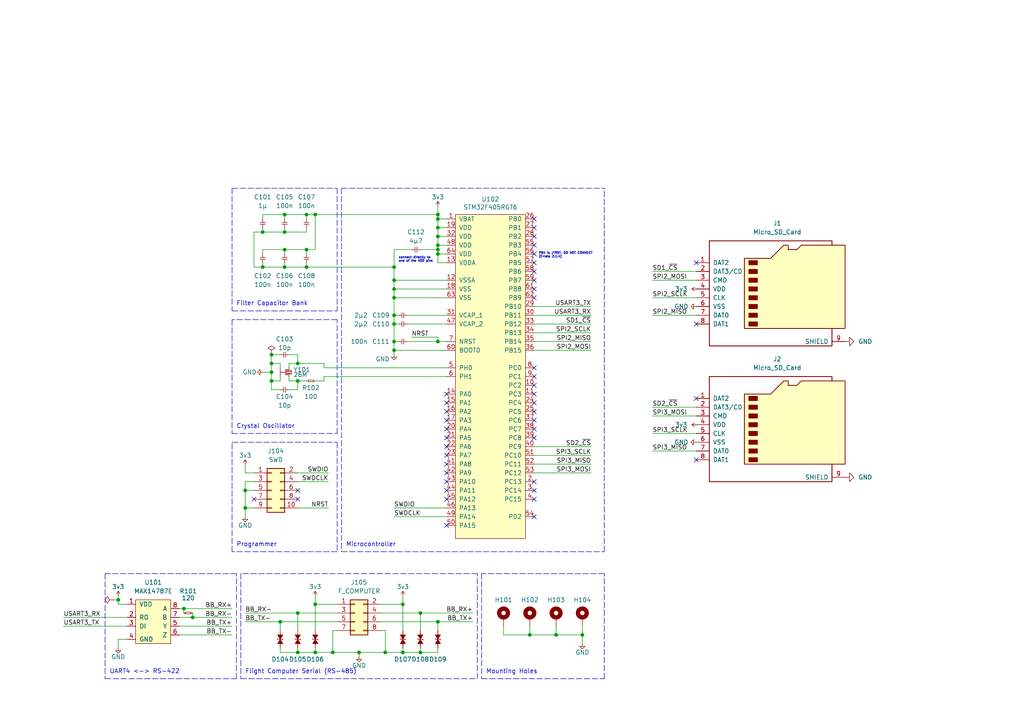
<source format=kicad_sch>
(kicad_sch (version 20211123) (generator eeschema)
  (paper "A4")
  (title_block (title "Lychee Blackbox") (date "2022-01-23") (rev "1") (company "Cambridge University Spaceflight") (comment 1 "Drawn By E. Clifford"))
  (lib_symbols
    (symbol "Connector:Micro_SD_Card" (pin_names (offset 1.016))
      (property "Reference" "J" (at -16.51 15.24 0))
      (property "Value" "Micro_SD_Card" (at 16.51 15.24 0))
      (symbol "Micro_SD_Card_0_1"
        (rectangle (start -7.62 -9.525) (end -5.08 -10.795) (fill (type outline)))
        (rectangle (start -7.62 -6.985) (end -5.08 -8.255) (fill (type outline)))
        (rectangle (start -7.62 -4.445) (end -5.08 -5.715) (fill (type outline)))
        (rectangle (start -7.62 -1.905) (end -5.08 -3.175) (fill (type outline)))
        (rectangle (start -7.62 0.635) (end -5.08 -0.635) (fill (type outline)))
        (rectangle (start -7.62 3.175) (end -5.08 1.905) (fill (type outline)))
        (rectangle (start -7.62 5.715) (end -5.08 4.445) (fill (type outline)))
        (rectangle (start -7.62 8.255) (end -5.08 6.985) (fill (type outline)))
        (polyline (pts (xy 16.51 12.7) (xy 16.51 13.97) (xy -19.05 13.97) (xy -19.05 -16.51) (xy 16.51 -16.51) (xy 16.51 -11.43)) (stroke (width 0.254)))
        (polyline (pts (xy -8.89 -11.43) (xy -8.89 8.89) (xy -1.27 8.89) (xy 2.54 12.7) (xy 3.81 12.7) (xy 3.81 11.43) (xy 6.35 11.43) (xy 7.62 12.7) (xy 20.32 12.7) (xy 20.32 -11.43) (xy -8.89 -11.43)) (stroke (width 0.254)) (fill (type background)))
      )
      (symbol "Micro_SD_Card_1_1"
        (pin bidirectional line (at -22.86 7.62 0) (length 3.81) (name "DAT2") (number "1"))
        (pin bidirectional line (at -22.86 5.08 0) (length 3.81) (name "DAT3/CD") (number "2"))
        (pin input line (at -22.86 2.54 0) (length 3.81) (name "CMD") (number "3"))
        (pin power_in line (at -22.86 0 0) (length 3.81) (name "VDD") (number "4"))
        (pin input line (at -22.86 -2.54 0) (length 3.81) (name "CLK") (number "5"))
        (pin power_in line (at -22.86 -5.08 0) (length 3.81) (name "VSS") (number "6"))
        (pin bidirectional line (at -22.86 -7.62 0) (length 3.81) (name "DAT0") (number "7"))
        (pin bidirectional line (at -22.86 -10.16 0) (length 3.81) (name "DAT1") (number "8"))
        (pin passive line (at 20.32 -15.24 180) (length 3.81) (name "SHIELD") (number "9"))
      )
    )
    (symbol "Strix:3v3" (power) (pin_numbers hide) (pin_names (offset 1.016) hide)
      (property "Value" "3v3" (at 0 2.286 0))
      (symbol "3v3_0_1"
        (polyline (pts (xy 0 1.27) (xy 0.508 0.508)))
        (polyline (pts (xy 0 0) (xy 0 1.27) (xy -0.508 0.508)))
      )
      (symbol "3v3_1_1"
        (pin power_in line (at 0 0 180) (length 0) hide (name "3v3") (number "1"))
      )
    )
    (symbol "Strix:C" (pin_numbers hide) (pin_names (offset 1.016) hide)
      (property "Reference" "C" (at 1.27 1.778 0))
      (property "Value" "C" (at 1.27 -1.778 0))
      (symbol "C_0_1"
        (polyline (pts (xy 1.016 0.762) (xy 1.016 -0.762)))
        (polyline (pts (xy 1.524 0.762) (xy 1.524 -0.762)))
      )
      (symbol "C_1_1"
        (pin passive line (at 0 0 0) (length 1.016) (name "~") (number "1"))
        (pin passive line (at 2.54 0 180) (length 1.016) (name "~") (number "2"))
      )
    )
    (symbol "Strix:Conn_02x04" (pin_names (offset 1.016) hide)
      (property "Reference" "J" (at 1.27 5.08 0))
      (property "Value" "Conn_02x04" (at 1.27 -7.62 0))
      (symbol "Conn_02x04_1_1"
        (rectangle (start -1.27 -4.953) (end 0 -5.207) (stroke (width 0.1524)))
        (rectangle (start -1.27 -2.413) (end 0 -2.667) (stroke (width 0.1524)))
        (rectangle (start -1.27 0.127) (end 0 -0.127) (stroke (width 0.1524)))
        (rectangle (start -1.27 2.667) (end 0 2.413) (stroke (width 0.1524)))
        (rectangle (start -1.27 3.81) (end 3.81 -6.35) (stroke (width 0.254)) (fill (type background)))
        (rectangle (start 3.81 -4.953) (end 2.54 -5.207) (stroke (width 0.1524)))
        (rectangle (start 3.81 -2.413) (end 2.54 -2.667) (stroke (width 0.1524)))
        (rectangle (start 3.81 0.127) (end 2.54 -0.127) (stroke (width 0.1524)))
        (rectangle (start 3.81 2.667) (end 2.54 2.413) (stroke (width 0.1524)))
        (pin passive line (at -5.08 2.54 0) (length 3.81) (name "Pin_1") (number "1"))
        (pin passive line (at 7.62 2.54 180) (length 3.81) (name "Pin_2") (number "2"))
        (pin passive line (at -5.08 0 0) (length 3.81) (name "Pin_3") (number "3"))
        (pin passive line (at 7.62 0 180) (length 3.81) (name "Pin_4") (number "4"))
        (pin passive line (at -5.08 -2.54 0) (length 3.81) (name "Pin_5") (number "5"))
        (pin passive line (at 7.62 -2.54 180) (length 3.81) (name "Pin_6") (number "6"))
        (pin passive line (at -5.08 -5.08 0) (length 3.81) (name "Pin_7") (number "7"))
        (pin passive line (at 7.62 -5.08 180) (length 3.81) (name "Pin_8") (number "8"))
      )
    )
    (symbol "Strix:Conn_02x05" (pin_names (offset 1.016) hide)
      (property "Reference" "J" (at 1.27 7.62 0))
      (property "Value" "Conn_02x05" (at 1.27 -7.62 0))
      (symbol "Conn_02x05_1_1"
        (rectangle (start -1.27 -4.953) (end 0 -5.207) (stroke (width 0.1524)))
        (rectangle (start -1.27 -2.413) (end 0 -2.667) (stroke (width 0.1524)))
        (rectangle (start -1.27 0.127) (end 0 -0.127) (stroke (width 0.1524)))
        (rectangle (start -1.27 2.667) (end 0 2.413) (stroke (width 0.1524)))
        (rectangle (start -1.27 5.207) (end 0 4.953) (stroke (width 0.1524)))
        (rectangle (start -1.27 6.35) (end 3.81 -6.35) (stroke (width 0.254)) (fill (type background)))
        (rectangle (start 3.81 -4.953) (end 2.54 -5.207) (stroke (width 0.1524)))
        (rectangle (start 3.81 -2.413) (end 2.54 -2.667) (stroke (width 0.1524)))
        (rectangle (start 3.81 0.127) (end 2.54 -0.127) (stroke (width 0.1524)))
        (rectangle (start 3.81 2.667) (end 2.54 2.413) (stroke (width 0.1524)))
        (rectangle (start 3.81 5.207) (end 2.54 4.953) (stroke (width 0.1524)))
        (pin passive line (at -5.08 5.08 0) (length 3.81) (name "Pin_1") (number "1"))
        (pin passive line (at 7.62 -5.08 180) (length 3.81) (name "Pin_10") (number "10"))
        (pin passive line (at 7.62 5.08 180) (length 3.81) (name "Pin_2") (number "2"))
        (pin passive line (at -5.08 2.54 0) (length 3.81) (name "Pin_3") (number "3"))
        (pin passive line (at 7.62 2.54 180) (length 3.81) (name "Pin_4") (number "4"))
        (pin passive line (at -5.08 0 0) (length 3.81) (name "Pin_5") (number "5"))
        (pin passive line (at 7.62 0 180) (length 3.81) (name "Pin_6") (number "6"))
        (pin passive line (at -5.08 -2.54 0) (length 3.81) (name "Pin_7") (number "7"))
        (pin passive line (at 7.62 -2.54 180) (length 3.81) (name "Pin_8") (number "8"))
        (pin passive line (at -5.08 -5.08 0) (length 3.81) (name "Pin_9") (number "9"))
      )
    )
    (symbol "Strix:D_ESD" (pin_numbers hide) (pin_names (offset 0) hide)
      (property "Reference" "D" (at -1.27 2.54 0))
      (symbol "D_ESD_0_1"
        (polyline (pts (xy 0 -0.762) (xy 0.254 -0.762)))
        (polyline (pts (xy 0 0.762) (xy -0.254 0.762)))
        (polyline (pts (xy 0 0.762) (xy 0 -0.762)))
        (polyline (pts (xy 0 0) (xy -1.27 0.762) (xy -1.27 -0.762) (xy 0 0)) (fill (type outline)))
        (polyline (pts (xy 0 0) (xy 1.27 0.762) (xy 1.27 -0.762) (xy 0 0)) (fill (type outline)))
      )
      (symbol "D_ESD_1_1"
        (pin passive line (at -2.54 0 0) (length 1.27) (name "1") (number "1"))
        (pin passive line (at 2.54 0 180) (length 1.27) (name "2") (number "2"))
      )
    )
    (symbol "Strix:GND" (power) (pin_numbers hide) (pin_names (offset 1.016) hide)
      (property "Value" "GND" (at 0 -2.54 0))
      (symbol "GND_0_1"
        (polyline (pts (xy 0 0) (xy 0 -0.762)))
        (polyline (pts (xy -0.762 -0.762) (xy 0.762 -0.762) (xy 0 -1.524) (xy -0.762 -0.762)) (fill (type background)))
      )
      (symbol "GND_1_1"
        (pin power_in line (at 0 0 180) (length 0) hide (name "GND") (number "1"))
      )
    )
    (symbol "Strix:MAX14787E" (pin_names (offset 1.016))
      (property "Reference" "U" (at -5.08 7.62 0))
      (property "Value" "MAX14787E" (at -5.08 -7.62 0))
      (symbol "MAX14787E_0_0"
        (pin power_in line (at -7.62 5.08 0) (length 2.54) (name "VDD") (number "1"))
        (pin output line (at -7.62 1.27 0) (length 2.54) (name "RO") (number "2"))
        (pin input line (at -7.62 -1.27 0) (length 2.54) (name "DI") (number "3"))
        (pin power_in line (at -7.62 -5.08 0) (length 2.54) (name "GND") (number "4"))
        (pin output line (at 7.62 -1.27 180) (length 2.54) (name "Y") (number "5"))
        (pin output line (at 7.62 -3.81 180) (length 2.54) (name "Z") (number "6"))
        (pin input line (at 7.62 1.27 180) (length 2.54) (name "B") (number "7"))
        (pin input line (at 7.62 3.81 180) (length 2.54) (name "A") (number "8"))
      )
      (symbol "MAX14787E_0_1"
        (rectangle (start -5.08 6.35) (end 5.08 -6.35) (fill (type background)))
      )
    )
    (symbol "Strix:MountingHole_Pad" (pin_numbers hide) (pin_names (offset 1.016) hide)
      (property "Reference" "H" (at 0 6.35 0))
      (property "Value" "MountingHole_Pad" (at 0 4.445 0))
      (symbol "MountingHole_Pad_0_1"
        (circle (center 0 1.27) (radius 1.27) (stroke (width 1.27)))
      )
      (symbol "MountingHole_Pad_1_1"
        (pin input line (at 0 -2.54 90) (length 2.54) (name "1") (number "1"))
      )
    )
    (symbol "Strix:R" (pin_numbers hide) (pin_names (offset 1.016) hide)
      (property "Reference" "R" (at 1.27 1.27 0))
      (property "Value" "R" (at 1.27 -1.27 0))
      (symbol "R_0_1"
        (rectangle (start 0.508 0.254) (end 2.032 -0.254) (fill (type background)))
      )
      (symbol "R_1_1"
        (pin passive line (at 0 0 0) (length 0.508) (name "~") (number "1"))
        (pin passive line (at 2.54 0 180) (length 0.508) (name "~") (number "2"))
      )
    )
    (symbol "Strix:STM32F405RGT6" (pin_names (offset 1.016))
      (property "Reference" "U" (at -10.16 48.26 0))
      (property "Value" "STM32F405RGT6" (at -10.16 -48.26 0))
      (symbol "STM32F405RGT6_0_0"
        (pin power_in line (at -12.7 45.72 0) (length 2.54) (name "VBAT") (number "1"))
        (pin bidirectional line (at 12.7 -2.54 180) (length 2.54) (name "PC2") (number "10"))
        (pin bidirectional line (at 12.7 -5.08 180) (length 2.54) (name "PC3") (number "11"))
        (pin power_in line (at -12.7 27.94 0) (length 2.54) (name "VSSA") (number "12"))
        (pin power_in line (at -12.7 33.02 0) (length 2.54) (name "VDDA") (number "13"))
        (pin bidirectional line (at -12.7 -5.08 0) (length 2.54) (name "PA0") (number "14"))
        (pin bidirectional line (at -12.7 -7.62 0) (length 2.54) (name "PA1") (number "15"))
        (pin bidirectional line (at -12.7 -10.16 0) (length 2.54) (name "PA2") (number "16"))
        (pin bidirectional line (at -12.7 -12.7 0) (length 2.54) (name "PA3") (number "17"))
        (pin power_in line (at -12.7 25.4 0) (length 2.54) (name "VSS") (number "18"))
        (pin power_in line (at -12.7 43.18 0) (length 2.54) (name "VDD") (number "19"))
        (pin bidirectional line (at 12.7 -30.48 180) (length 2.54) (name "PC13") (number "2"))
        (pin bidirectional line (at -12.7 -15.24 0) (length 2.54) (name "PA4") (number "20"))
        (pin bidirectional line (at -12.7 -17.78 0) (length 2.54) (name "PA5") (number "21"))
        (pin bidirectional line (at -12.7 -20.32 0) (length 2.54) (name "PA6") (number "22"))
        (pin bidirectional line (at -12.7 -22.86 0) (length 2.54) (name "PA7") (number "23"))
        (pin bidirectional line (at 12.7 -7.62 180) (length 2.54) (name "PC4") (number "24"))
        (pin bidirectional line (at 12.7 -10.16 180) (length 2.54) (name "PC5") (number "25"))
        (pin bidirectional line (at 12.7 45.72 180) (length 2.54) (name "PB0") (number "26"))
        (pin bidirectional line (at 12.7 43.18 180) (length 2.54) (name "PB1") (number "27"))
        (pin bidirectional line (at 12.7 40.64 180) (length 2.54) (name "PB2") (number "28"))
        (pin bidirectional line (at 12.7 20.32 180) (length 2.54) (name "PB10") (number "29"))
        (pin bidirectional line (at 12.7 -33.02 180) (length 2.54) (name "PC14") (number "3"))
        (pin bidirectional line (at 12.7 17.78 180) (length 2.54) (name "PB11") (number "30"))
        (pin passive line (at -12.7 17.78 0) (length 2.54) (name "VCAP_1") (number "31"))
        (pin power_in line (at -12.7 40.64 0) (length 2.54) (name "VDD") (number "32"))
        (pin bidirectional line (at 12.7 15.24 180) (length 2.54) (name "PB12") (number "33"))
        (pin bidirectional line (at 12.7 12.7 180) (length 2.54) (name "PB13") (number "34"))
        (pin bidirectional line (at 12.7 10.16 180) (length 2.54) (name "PB14") (number "35"))
        (pin bidirectional line (at 12.7 7.62 180) (length 2.54) (name "PB15") (number "36"))
        (pin bidirectional line (at 12.7 -12.7 180) (length 2.54) (name "PC6") (number "37"))
        (pin bidirectional line (at 12.7 -15.24 180) (length 2.54) (name "PC7") (number "38"))
        (pin bidirectional line (at 12.7 -17.78 180) (length 2.54) (name "PC8") (number "39"))
        (pin bidirectional line (at 12.7 -35.56 180) (length 2.54) (name "PC15") (number "4"))
        (pin bidirectional line (at 12.7 -20.32 180) (length 2.54) (name "PC9") (number "40"))
        (pin bidirectional line (at -12.7 -25.4 0) (length 2.54) (name "PA8") (number "41"))
        (pin bidirectional line (at -12.7 -27.94 0) (length 2.54) (name "PA9") (number "42"))
        (pin bidirectional line (at -12.7 -30.48 0) (length 2.54) (name "PA10") (number "43"))
        (pin bidirectional line (at -12.7 -33.02 0) (length 2.54) (name "PA11") (number "44"))
        (pin bidirectional line (at -12.7 -35.56 0) (length 2.54) (name "PA12") (number "45"))
        (pin bidirectional line (at -12.7 -38.1 0) (length 2.54) (name "PA13") (number "46"))
        (pin passive line (at -12.7 15.24 0) (length 2.54) (name "VCAP_2") (number "47"))
        (pin power_in line (at -12.7 38.1 0) (length 2.54) (name "VDD") (number "48"))
        (pin bidirectional line (at -12.7 -40.64 0) (length 2.54) (name "PA14") (number "49"))
        (pin bidirectional line (at -12.7 2.54 0) (length 2.54) (name "PH0") (number "5"))
        (pin bidirectional line (at -12.7 -43.18 0) (length 2.54) (name "PA15") (number "50"))
        (pin bidirectional line (at 12.7 -22.86 180) (length 2.54) (name "PC10") (number "51"))
        (pin bidirectional line (at 12.7 -25.4 180) (length 2.54) (name "PC11") (number "52"))
        (pin bidirectional line (at 12.7 -27.94 180) (length 2.54) (name "PC12") (number "53"))
        (pin bidirectional line (at 12.7 -40.64 180) (length 2.54) (name "PD2") (number "54"))
        (pin bidirectional line (at 12.7 38.1 180) (length 2.54) (name "PB3") (number "55"))
        (pin bidirectional line (at 12.7 35.56 180) (length 2.54) (name "PB4") (number "56"))
        (pin bidirectional line (at 12.7 33.02 180) (length 2.54) (name "PB5") (number "57"))
        (pin bidirectional line (at 12.7 30.48 180) (length 2.54) (name "PB6") (number "58"))
        (pin bidirectional line (at 12.7 27.94 180) (length 2.54) (name "PB7") (number "59"))
        (pin bidirectional line (at -12.7 0 0) (length 2.54) (name "PH1") (number "6"))
        (pin input line (at -12.7 7.62 0) (length 2.54) (name "BOOT0") (number "60"))
        (pin bidirectional line (at 12.7 25.4 180) (length 2.54) (name "PB8") (number "61"))
        (pin bidirectional line (at 12.7 22.86 180) (length 2.54) (name "PB9") (number "62"))
        (pin power_in line (at -12.7 22.86 0) (length 2.54) (name "VSS") (number "63"))
        (pin power_in line (at -12.7 35.56 0) (length 2.54) (name "VDD") (number "64"))
        (pin input line (at -12.7 10.16 0) (length 2.54) (name "NRST") (number "7"))
        (pin bidirectional line (at 12.7 2.54 180) (length 2.54) (name "PC0") (number "8"))
        (pin bidirectional line (at 12.7 0 180) (length 2.54) (name "PC1") (number "9"))
      )
      (symbol "STM32F405RGT6_0_1"
        (rectangle (start -10.16 46.99) (end 10.16 -46.99) (fill (type background)))
      )
    )
    (symbol "Strix:Xtal" (pin_numbers hide) (pin_names (offset 1.016) hide)
      (property "Reference" "Y" (at 1.27 1.778 0))
      (property "Value" "Xtal" (at 1.27 -3.81 0))
      (symbol "Xtal_0_1"
        (polyline (pts (xy 0.762 0.762) (xy 0.762 -0.762)))
        (polyline (pts (xy 1.27 -1.016) (xy 1.27 -2.54)))
        (polyline (pts (xy 1.778 -0.762) (xy 1.778 0.762)))
        (polyline (pts (xy 0.508 -0.254) (xy 0.508 -1.016) (xy 2.032 -1.016) (xy 2.032 -0.254)))
        (rectangle (start 1.016 0.762) (end 1.524 -0.762) (fill (type background)))
      )
      (symbol "Xtal_1_1"
        (pin passive line (at 0 0 0) (length 0.762) (name "1") (number "1"))
        (pin passive line (at 0 -2.54 0) (length 1.27) (name "2") (number "2"))
        (pin passive line (at 2.54 0 180) (length 0.762) (name "3") (number "3"))
        (pin passive line (at 2.54 -2.54 180) (length 1.27) (name "4") (number "4"))
      )
    )
    (symbol "power:GND" (power) (pin_names (offset 0))
      (property "Value" "GND" (at 0 -3.81 0))
      (symbol "GND_0_1"
        (polyline (pts (xy 0 0) (xy 0 -1.27) (xy 1.27 -1.27) (xy 0 -2.54) (xy -1.27 -1.27) (xy 0 -1.27)))
      )
      (symbol "GND_1_1"
        (pin power_in line (at 0 0 270) (length 0) hide (name "GND") (number "1"))
      )
    )
    (symbol "power:PWR_FLAG" (power) (pin_numbers hide) (pin_names (offset 0) hide)
      (property "Value" "PWR_FLAG" (at 0 3.81 0))
      (symbol "PWR_FLAG_0_0"
        (pin power_out line (at 0 0 90) (length 0) (name "pwr") (number "1"))
      )
      (symbol "PWR_FLAG_0_1"
        (polyline (pts (xy 0 0) (xy 0 1.27) (xy -1.016 1.905) (xy 0 2.54) (xy 1.016 1.905) (xy 0 1.27)))
      )
    )
  )
  (junction (at 86.36 177.8))
  (junction (at 127 62.23))
  (junction (at 121.92 189.23))
  (junction (at 78.74 105.41))
  (junction (at 76.2 77.47))
  (junction (at 104.14 189.23))
  (junction (at 127 72.39))
  (junction (at 127 66.04))
  (junction (at 127 99.06))
  (junction (at 78.74 110.49))
  (junction (at 55.88 179.07))
  (junction (at 127 180.34))
  (junction (at 114.3 77.47))
  (junction (at 114.3 101.6))
  (junction (at 86.36 110.49))
  (junction (at 111.76 189.23))
  (junction (at 91.44 62.23))
  (junction (at 82.55 62.23))
  (junction (at 127 71.12))
  (junction (at 116.84 175.26))
  (junction (at 86.36 105.41))
  (junction (at 88.9 72.39))
  (junction (at 71.12 147.32))
  (junction (at 114.3 93.98))
  (junction (at 161.29 184.15))
  (junction (at 114.3 83.82))
  (junction (at 82.55 72.39))
  (junction (at 153.67 184.15))
  (junction (at 127 63.5))
  (junction (at 82.55 67.31))
  (junction (at 78.74 102.87))
  (junction (at 71.12 142.24))
  (junction (at 76.2 67.31))
  (junction (at 86.36 189.23))
  (junction (at 114.3 86.36))
  (junction (at 81.28 180.34))
  (junction (at 114.3 91.44))
  (junction (at 127 68.58))
  (junction (at 88.9 62.23))
  (junction (at 114.3 81.28))
  (junction (at 168.91 184.15))
  (junction (at 82.55 77.47))
  (junction (at 91.44 175.26))
  (junction (at 96.52 189.23))
  (junction (at 88.9 77.47))
  (junction (at 114.3 99.06))
  (junction (at 127 73.66))
  (junction (at 121.92 177.8))
  (junction (at 91.44 189.23))
  (junction (at 116.84 189.23))
  (junction (at 78.74 107.95))
  (junction (at 34.29 173.99))
  (junction (at 53.34 176.53))
  (no_connect (at 154.94 106.68))
  (no_connect (at 154.94 109.22))
  (no_connect (at 154.94 78.74))
  (no_connect (at 154.94 83.82))
  (no_connect (at 129.54 132.08))
  (no_connect (at 154.94 144.78))
  (no_connect (at 154.94 119.38))
  (no_connect (at 154.94 121.92))
  (no_connect (at 154.94 81.28))
  (no_connect (at 154.94 116.84))
  (no_connect (at 129.54 142.24))
  (no_connect (at 201.93 93.98))
  (no_connect (at 129.54 139.7))
  (no_connect (at 129.54 144.78))
  (no_connect (at 154.94 63.5))
  (no_connect (at 154.94 73.66))
  (no_connect (at 154.94 124.46))
  (no_connect (at 154.94 66.04))
  (no_connect (at 201.93 76.2))
  (no_connect (at 129.54 137.16))
  (no_connect (at 129.54 124.46))
  (no_connect (at 201.93 115.57))
  (no_connect (at 154.94 139.7))
  (no_connect (at 129.54 127))
  (no_connect (at 154.94 142.24))
  (no_connect (at 86.36 144.78))
  (no_connect (at 73.66 144.78))
  (no_connect (at 154.94 68.58))
  (no_connect (at 154.94 76.2))
  (no_connect (at 154.94 149.86))
  (no_connect (at 154.94 86.36))
  (no_connect (at 154.94 111.76))
  (no_connect (at 154.94 127))
  (no_connect (at 154.94 114.3))
  (no_connect (at 129.54 152.4))
  (no_connect (at 129.54 129.54))
  (no_connect (at 86.36 142.24))
  (no_connect (at 154.94 71.12))
  (no_connect (at 129.54 134.62))
  (no_connect (at 201.93 133.35))
  (no_connect (at 129.54 114.3))
  (no_connect (at 129.54 116.84))
  (no_connect (at 129.54 121.92))
  (no_connect (at 129.54 119.38))
  (wire (pts (xy 114.3 81.28) (xy 114.3 83.82)))
  (wire (pts (xy 86.36 139.7) (xy 95.25 139.7)))
  (wire (pts (xy 83.82 110.49) (xy 86.36 110.49)))
  (polyline (pts (xy 138.43 166.37) (xy 69.85 166.37)))
  (wire (pts (xy 78.74 105.41) (xy 78.74 107.95)))
  (wire (pts (xy 116.84 187.96) (xy 116.84 189.23)))
  (wire (pts (xy 76.2 76.2) (xy 76.2 77.47)))
  (polyline (pts (xy 67.31 92.71) (xy 67.31 125.73)))
  (wire (pts (xy 86.36 177.8) (xy 97.79 177.8)))
  (wire (pts (xy 53.34 176.53) (xy 67.31 176.53)))
  (wire (pts (xy 82.55 63.5) (xy 82.55 62.23)))
  (wire (pts (xy 78.74 113.03) (xy 81.28 113.03)))
  (wire (pts (xy 36.83 185.42) (xy 34.29 185.42)))
  (wire (pts (xy 76.2 72.39) (xy 82.55 72.39)))
  (wire (pts (xy 93.98 109.22) (xy 129.54 109.22)))
  (wire (pts (xy 154.94 99.06) (xy 171.45 99.06)))
  (wire (pts (xy 88.9 72.39) (xy 88.9 73.66)))
  (wire (pts (xy 52.07 181.61) (xy 67.31 181.61)))
  (wire (pts (xy 76.2 63.5) (xy 76.2 62.23)))
  (wire (pts (xy 53.34 176.53) (xy 53.34 177.8)))
  (wire (pts (xy 91.44 187.96) (xy 91.44 189.23)))
  (polyline (pts (xy 67.31 160.02) (xy 67.31 128.27)))
  (wire (pts (xy 189.23 86.36) (xy 201.93 86.36)))
  (wire (pts (xy 71.12 142.24) (xy 73.66 142.24)))
  (wire (pts (xy 78.74 102.87) (xy 81.28 102.87)))
  (wire (pts (xy 118.11 93.98) (xy 129.54 93.98)))
  (wire (pts (xy 86.36 102.87) (xy 86.36 105.41)))
  (wire (pts (xy 154.94 91.44) (xy 171.45 91.44)))
  (wire (pts (xy 78.74 110.49) (xy 78.74 113.03)))
  (polyline (pts (xy 68.58 196.85) (xy 68.58 166.37)))
  (wire (pts (xy 52.07 184.15) (xy 67.31 184.15)))
  (wire (pts (xy 118.11 91.44) (xy 129.54 91.44)))
  (wire (pts (xy 86.36 187.96) (xy 86.36 189.23)))
  (wire (pts (xy 81.28 180.34) (xy 97.79 180.34)))
  (wire (pts (xy 81.28 187.96) (xy 81.28 189.23)))
  (polyline (pts (xy 99.06 54.61) (xy 99.06 160.02)))
  (wire (pts (xy 55.88 179.07) (xy 67.31 179.07)))
  (polyline (pts (xy 175.26 160.02) (xy 175.26 54.61)))
  (wire (pts (xy 114.3 83.82) (xy 114.3 86.36)))
  (wire (pts (xy 33.02 173.99) (xy 34.29 173.99)))
  (wire (pts (xy 96.52 189.23) (xy 104.14 189.23)))
  (wire (pts (xy 76.2 73.66) (xy 76.2 72.39)))
  (polyline (pts (xy 97.79 160.02) (xy 67.31 160.02)))
  (wire (pts (xy 118.11 99.06) (xy 127 99.06)))
  (wire (pts (xy 161.29 181.61) (xy 161.29 184.15)))
  (wire (pts (xy 73.66 139.7) (xy 71.12 139.7)))
  (wire (pts (xy 71.12 142.24) (xy 71.12 147.32)))
  (wire (pts (xy 127 180.34) (xy 137.16 180.34)))
  (polyline (pts (xy 67.31 54.61) (xy 97.79 54.61)))
  (wire (pts (xy 127 59.69) (xy 127 62.23)))
  (wire (pts (xy 78.74 110.49) (xy 81.28 110.49)))
  (polyline (pts (xy 67.31 54.61) (xy 67.31 90.17)))
  (wire (pts (xy 78.74 102.87) (xy 78.74 105.41)))
  (wire (pts (xy 91.44 62.23) (xy 127 62.23)))
  (wire (pts (xy 127 71.12) (xy 129.54 71.12)))
  (wire (pts (xy 96.52 182.88) (xy 96.52 189.23)))
  (wire (pts (xy 127 63.5) (xy 127 66.04)))
  (wire (pts (xy 81.28 180.34) (xy 81.28 182.88)))
  (wire (pts (xy 83.82 105.41) (xy 83.82 106.68)))
  (wire (pts (xy 127 189.23) (xy 127 187.96)))
  (wire (pts (xy 121.92 72.39) (xy 127 72.39)))
  (wire (pts (xy 88.9 77.47) (xy 114.3 77.47)))
  (wire (pts (xy 121.92 189.23) (xy 127 189.23)))
  (wire (pts (xy 127 71.12) (xy 127 72.39)))
  (polyline (pts (xy 30.48 166.37) (xy 30.48 196.85)))
  (wire (pts (xy 114.3 93.98) (xy 114.3 91.44)))
  (wire (pts (xy 88.9 62.23) (xy 91.44 62.23)))
  (wire (pts (xy 127 73.66) (xy 127 76.2)))
  (wire (pts (xy 114.3 99.06) (xy 114.3 101.6)))
  (wire (pts (xy 110.49 182.88) (xy 111.76 182.88)))
  (wire (pts (xy 127 72.39) (xy 127 73.66)))
  (wire (pts (xy 91.44 110.49) (xy 93.98 110.49)))
  (wire (pts (xy 119.38 97.79) (xy 127 97.79)))
  (wire (pts (xy 154.94 129.54) (xy 171.45 129.54)))
  (wire (pts (xy 91.44 62.23) (xy 91.44 72.39)))
  (wire (pts (xy 127 66.04) (xy 129.54 66.04)))
  (wire (pts (xy 129.54 86.36) (xy 114.3 86.36)))
  (wire (pts (xy 154.94 96.52) (xy 171.45 96.52)))
  (wire (pts (xy 115.57 99.06) (xy 114.3 99.06)))
  (wire (pts (xy 93.98 110.49) (xy 93.98 109.22)))
  (wire (pts (xy 76.2 77.47) (xy 82.55 77.47)))
  (wire (pts (xy 154.94 101.6) (xy 171.45 101.6)))
  (polyline (pts (xy 139.7 196.85) (xy 175.26 196.85)))
  (wire (pts (xy 129.54 83.82) (xy 114.3 83.82)))
  (wire (pts (xy 127 76.2) (xy 129.54 76.2)))
  (wire (pts (xy 82.55 62.23) (xy 88.9 62.23)))
  (wire (pts (xy 83.82 105.41) (xy 86.36 105.41)))
  (wire (pts (xy 127 66.04) (xy 127 68.58)))
  (wire (pts (xy 114.3 77.47) (xy 114.3 81.28)))
  (wire (pts (xy 121.92 177.8) (xy 137.16 177.8)))
  (wire (pts (xy 76.2 107.95) (xy 78.74 107.95)))
  (polyline (pts (xy 99.06 54.61) (xy 175.26 54.61)))
  (wire (pts (xy 114.3 91.44) (xy 114.3 86.36)))
  (wire (pts (xy 127 68.58) (xy 129.54 68.58)))
  (wire (pts (xy 71.12 180.34) (xy 81.28 180.34)))
  (wire (pts (xy 82.55 77.47) (xy 88.9 77.47)))
  (wire (pts (xy 83.82 102.87) (xy 86.36 102.87)))
  (wire (pts (xy 18.415 179.07) (xy 36.83 179.07)))
  (wire (pts (xy 83.82 113.03) (xy 86.36 113.03)))
  (wire (pts (xy 116.84 175.26) (xy 116.84 182.88)))
  (polyline (pts (xy 175.26 196.85) (xy 175.26 166.37)))
  (wire (pts (xy 127 63.5) (xy 129.54 63.5)))
  (wire (pts (xy 97.79 182.88) (xy 96.52 182.88)))
  (wire (pts (xy 81.28 105.41) (xy 78.74 105.41)))
  (wire (pts (xy 153.67 181.61) (xy 153.67 184.15)))
  (wire (pts (xy 127 62.23) (xy 127 63.5)))
  (polyline (pts (xy 30.48 196.85) (xy 68.58 196.85)))
  (wire (pts (xy 82.55 73.66) (xy 82.55 72.39)))
  (wire (pts (xy 168.91 181.61) (xy 168.91 184.15)))
  (wire (pts (xy 73.66 77.47) (xy 73.66 67.31)))
  (wire (pts (xy 154.94 88.9) (xy 171.45 88.9)))
  (wire (pts (xy 104.14 189.23) (xy 104.14 190.5)))
  (polyline (pts (xy 97.79 92.71) (xy 67.31 92.71)))
  (wire (pts (xy 88.9 77.47) (xy 88.9 76.2)))
  (wire (pts (xy 81.28 110.49) (xy 81.28 109.22)))
  (polyline (pts (xy 97.79 128.27) (xy 97.79 160.02)))
  (wire (pts (xy 91.44 182.88) (xy 91.44 175.26)))
  (wire (pts (xy 127 68.58) (xy 127 71.12)))
  (wire (pts (xy 129.54 101.6) (xy 114.3 101.6)))
  (wire (pts (xy 189.23 120.65) (xy 201.93 120.65)))
  (wire (pts (xy 104.14 189.23) (xy 111.76 189.23)))
  (wire (pts (xy 121.92 187.96) (xy 121.92 189.23)))
  (wire (pts (xy 110.49 177.8) (xy 121.92 177.8)))
  (wire (pts (xy 189.23 81.28) (xy 201.93 81.28)))
  (wire (pts (xy 82.55 72.39) (xy 88.9 72.39)))
  (wire (pts (xy 189.23 78.74) (xy 201.93 78.74)))
  (wire (pts (xy 81.28 189.23) (xy 86.36 189.23)))
  (wire (pts (xy 91.44 189.23) (xy 96.52 189.23)))
  (polyline (pts (xy 67.31 128.27) (xy 97.79 128.27)))
  (wire (pts (xy 168.91 184.15) (xy 161.29 184.15)))
  (wire (pts (xy 73.66 137.16) (xy 71.12 137.16)))
  (wire (pts (xy 82.55 67.31) (xy 88.9 67.31)))
  (wire (pts (xy 127 180.34) (xy 127 182.88)))
  (polyline (pts (xy 138.43 196.85) (xy 138.43 166.37)))
  (polyline (pts (xy 97.79 54.61) (xy 97.79 90.17)))
  (wire (pts (xy 114.3 149.86) (xy 129.54 149.86)))
  (wire (pts (xy 189.23 130.81) (xy 201.93 130.81)))
  (wire (pts (xy 154.94 134.62) (xy 171.45 134.62)))
  (wire (pts (xy 71.12 177.8) (xy 86.36 177.8)))
  (wire (pts (xy 71.12 147.32) (xy 71.12 149.86)))
  (wire (pts (xy 73.66 147.32) (xy 71.12 147.32)))
  (wire (pts (xy 116.84 172.72) (xy 116.84 175.26)))
  (wire (pts (xy 86.36 105.41) (xy 93.98 105.41)))
  (polyline (pts (xy 67.31 90.17) (xy 97.79 90.17)))
  (polyline (pts (xy 99.06 160.02) (xy 175.26 160.02)))
  (wire (pts (xy 52.07 179.07) (xy 55.88 179.07)))
  (wire (pts (xy 52.07 176.53) (xy 53.34 176.53)))
  (wire (pts (xy 93.98 106.68) (xy 129.54 106.68)))
  (wire (pts (xy 83.82 109.22) (xy 83.82 110.49)))
  (wire (pts (xy 86.36 147.32) (xy 95.25 147.32)))
  (wire (pts (xy 127 99.06) (xy 129.54 99.06)))
  (wire (pts (xy 119.38 72.39) (xy 114.3 72.39)))
  (wire (pts (xy 111.76 182.88) (xy 111.76 189.23)))
  (polyline (pts (xy 69.85 196.85) (xy 138.43 196.85)))
  (wire (pts (xy 146.05 184.15) (xy 146.05 181.61)))
  (wire (pts (xy 78.74 107.95) (xy 78.74 110.49)))
  (wire (pts (xy 93.98 105.41) (xy 93.98 106.68)))
  (wire (pts (xy 71.12 134.62) (xy 71.12 137.16)))
  (wire (pts (xy 189.23 91.44) (xy 201.93 91.44)))
  (wire (pts (xy 86.36 189.23) (xy 91.44 189.23)))
  (wire (pts (xy 111.76 189.23) (xy 116.84 189.23)))
  (wire (pts (xy 91.44 175.26) (xy 97.79 175.26)))
  (wire (pts (xy 146.05 184.15) (xy 153.67 184.15)))
  (wire (pts (xy 154.94 132.08) (xy 171.45 132.08)))
  (wire (pts (xy 127 97.79) (xy 127 99.06)))
  (wire (pts (xy 114.3 101.6) (xy 114.3 102.87)))
  (wire (pts (xy 76.2 77.47) (xy 73.66 77.47)))
  (wire (pts (xy 76.2 67.31) (xy 76.2 66.04)))
  (wire (pts (xy 73.66 67.31) (xy 76.2 67.31)))
  (wire (pts (xy 114.3 147.32) (xy 129.54 147.32)))
  (wire (pts (xy 86.36 110.49) (xy 86.36 113.03)))
  (wire (pts (xy 34.29 185.42) (xy 34.29 187.96)))
  (wire (pts (xy 82.55 67.31) (xy 76.2 67.31)))
  (wire (pts (xy 189.23 118.11) (xy 201.93 118.11)))
  (wire (pts (xy 88.9 63.5) (xy 88.9 62.23)))
  (wire (pts (xy 110.49 180.34) (xy 127 180.34)))
  (wire (pts (xy 88.9 66.04) (xy 88.9 67.31)))
  (polyline (pts (xy 175.26 166.37) (xy 139.7 166.37)))
  (wire (pts (xy 55.88 177.8) (xy 55.88 179.07)))
  (wire (pts (xy 88.9 72.39) (xy 91.44 72.39)))
  (polyline (pts (xy 139.7 166.37) (xy 139.7 196.85)))
  (wire (pts (xy 36.83 175.26) (xy 34.29 175.26)))
  (wire (pts (xy 82.55 66.04) (xy 82.55 67.31)))
  (wire (pts (xy 153.67 184.15) (xy 161.29 184.15)))
  (wire (pts (xy 91.44 172.72) (xy 91.44 175.26)))
  (wire (pts (xy 129.54 81.28) (xy 114.3 81.28)))
  (wire (pts (xy 127 73.66) (xy 129.54 73.66)))
  (polyline (pts (xy 68.58 166.37) (xy 30.48 166.37)))
  (wire (pts (xy 114.3 91.44) (xy 115.57 91.44)))
  (polyline (pts (xy 97.79 125.73) (xy 97.79 92.71)))
  (wire (pts (xy 114.3 72.39) (xy 114.3 77.47)))
  (wire (pts (xy 86.36 110.49) (xy 88.9 110.49)))
  (wire (pts (xy 110.49 175.26) (xy 116.84 175.26)))
  (wire (pts (xy 168.91 184.15) (xy 168.91 186.69)))
  (wire (pts (xy 34.29 173.99) (xy 34.29 172.72)))
  (polyline (pts (xy 67.31 125.73) (xy 97.79 125.73)))
  (wire (pts (xy 115.57 93.98) (xy 114.3 93.98)))
  (wire (pts (xy 34.29 175.26) (xy 34.29 173.99)))
  (wire (pts (xy 154.94 137.16) (xy 171.45 137.16)))
  (wire (pts (xy 36.83 181.61) (xy 18.415 181.61)))
  (wire (pts (xy 189.23 125.73) (xy 201.93 125.73)))
  (wire (pts (xy 76.2 62.23) (xy 82.55 62.23)))
  (wire (pts (xy 116.84 189.23) (xy 121.92 189.23)))
  (wire (pts (xy 114.3 93.98) (xy 114.3 99.06)))
  (wire (pts (xy 121.92 177.8) (xy 121.92 182.88)))
  (wire (pts (xy 86.36 137.16) (xy 95.25 137.16)))
  (wire (pts (xy 86.36 177.8) (xy 86.36 182.88)))
  (polyline (pts (xy 69.85 166.37) (xy 69.85 196.85)))
  (wire (pts (xy 154.94 93.98) (xy 171.45 93.98)))
  (wire (pts (xy 81.28 105.41) (xy 81.28 106.68)))
  (wire (pts (xy 71.12 139.7) (xy 71.12 142.24)))
  (wire (pts (xy 82.55 76.2) (xy 82.55 77.47)))
  (text "Flight Computer Serial (RS-485)" (at 71.12 195.58 0) (effects (font (size 1.27 1.27)) (justify left bottom)))
  (text "Filter Capacitor Bank" (at 68.5625 88.8508 0) (effects (font (size 1.27 1.27)) (justify left bottom)))
  (text "PB4 is JTRST, DO NOT CONNECT\n(Errata 2.1.4)" (at 156.21 74.93 0) (effects (font (size 0.635 0.635)) (justify left bottom)))
  (text "Mounting Holes" (at 140.97 195.58 0) (effects (font (size 1.27 1.27)) (justify left bottom)))
  (text "Crystal Oscillator" (at 68.58 124.46 0) (effects (font (size 1.27 1.27)) (justify left bottom)))
  (text "UART4 <-> RS-422" (at 31.75 195.58 0) (effects (font (size 1.27 1.27)) (justify left bottom)))
  (text "Programmer" (at 68.58 158.75 0) (effects (font (size 1.27 1.27)) (justify left bottom)))
  (text "connect directly to\none of the VDD pins" (at 115.57 76.2 0) (effects (font (size 0.635 0.635)) (justify left bottom)))
  (text "Microcontroller" (at 100.33 158.75 0) (effects (font (size 1.27 1.27)) (justify left bottom)))
  (label "USART3_TX" (at 18.415 181.61 0))
  (label "SPI2_SCLK" (at 189.23 86.36 0))
  (label "SPI3_SCLK" (at 171.45 132.08 180))
  (label "BB_TX+" (at 67.31 181.61 180))
  (label "SPI3_MISO" (at 189.23 130.81 0))
  (label "NRST" (at 119.38 97.79 0))
  (label "SPI2_SCLK" (at 171.45 96.52 180))
  (label "BB_RX-" (at 71.12 177.8 0))
  (label "BB_RX+" (at 137.16 177.8 180))
  (label "SD2_~{CS}" (at 171.45 129.54 180))
  (label "USART3_TX" (at 171.45 88.9 180))
  (label "NRST" (at 95.25 147.32 180))
  (label "SPI3_SCLK" (at 189.23 125.73 0))
  (label "BB_TX-" (at 71.12 180.34 0))
  (label "SPI3_MOSI" (at 171.45 137.16 180))
  (label "SPI2_MOSI" (at 171.45 101.6 180))
  (label "SWDCLK" (at 114.3 149.86 0))
  (label "SD2_~{CS}" (at 189.23 118.11 0))
  (label "SWDIO" (at 95.25 137.16 180))
  (label "BB_TX+" (at 137.16 180.34 180))
  (label "BB_RX-" (at 67.31 179.07 180))
  (label "SPI3_MISO" (at 171.45 134.62 180))
  (label "SD1_~{CS}" (at 171.45 93.98 180))
  (label "SPI3_MOSI" (at 189.23 120.65 0))
  (label "SWDCLK" (at 95.25 139.7 180))
  (label "SD1_~{CS}" (at 189.23 78.74 0))
  (label "USART3_RX" (at 171.45 91.44 180))
  (label "BB_RX+" (at 67.31 176.53 180))
  (label "BB_TX-" (at 67.31 184.15 180))
  (label "SWDIO" (at 114.3 147.32 0))
  (label "USART3_RX" (at 18.415 179.07 0))
  (label "SPI2_MOSI" (at 189.23 81.28 0))
  (label "SPI2_MISO" (at 189.23 91.44 0))
  (label "SPI2_MISO" (at 171.45 99.06 180))
  (symbol (lib_id "Strix:3v3") (at 127 59.69 0) (unit 1)
    (property "Reference" "#PWR0113" (effects hide))
    (property "Value" "3v3" (at 127 57.15 0))
  )
  (symbol (lib_id "Strix:C") (at 115.57 91.44 0) (mirror x) (unit 1)
    (property "Reference" "C109" (at 113.03 91.44 0) (effects (justify right)))
    (property "Value" "2µ2" (at 106.68 91.44 0) (effects (justify right)))
    (property "Footprint" "Strix:C_0402" (effects hide))
    (property "Farnell" "2362088" (effects hide))
  )
  (symbol (lib_id "Strix:C") (at 115.57 93.98 0) (mirror x) (unit 1)
    (property "Reference" "C110" (at 113.03 93.98 0) (effects (justify right)))
    (property "Value" "2µ2" (at 106.68 93.98 0) (effects (justify right)))
    (property "Footprint" "Strix:C_0402" (effects hide))
    (property "Farnell" "2362088" (effects hide))
  )
  (symbol (lib_id "Strix:C") (at 88.9 76.2 90) (unit 1)
    (property "Reference" "C108" (at 88.9 80.01 90))
    (property "Value" "100n" (at 88.9 82.55 90))
    (property "Footprint" "Strix:C_0402" (effects hide))
    (property "Farnell" "2496771" (effects hide))
  )
  (symbol (lib_id "Strix:C") (at 82.55 76.2 90) (unit 1)
    (property "Reference" "C106" (at 82.55 80.01 90))
    (property "Value" "100n" (at 82.55 82.55 90))
    (property "Footprint" "Strix:C_0402" (effects hide))
    (property "Farnell" "2496771" (effects hide))
  )
  (symbol (lib_id "Strix:C") (at 76.2 76.2 90) (unit 1)
    (property "Reference" "C102" (at 76.2 80.01 90))
    (property "Value" "100n" (at 76.2 82.55 90))
    (property "Footprint" "Strix:C_0402" (effects hide))
    (property "Farnell" "2496771" (effects hide))
  )
  (symbol (lib_id "Strix:C") (at 88.9 66.04 90) (unit 1)
    (property "Reference" "C107" (at 88.9 57.15 90))
    (property "Value" "100n" (at 88.9 59.69 90))
    (property "Footprint" "Strix:C_0402" (effects hide))
    (property "Farnell" "2496771" (effects hide))
  )
  (symbol (lib_id "Strix:C") (at 82.55 66.04 90) (unit 1)
    (property "Reference" "C105" (at 82.55 57.15 90))
    (property "Value" "100n" (at 82.55 59.69 90))
    (property "Footprint" "Strix:C_0402" (effects hide))
    (property "Farnell" "2496771" (effects hide))
  )
  (symbol (lib_id "Strix:C") (at 76.2 66.04 90) (unit 1)
    (property "Reference" "C101" (at 76.2 57.15 90))
    (property "Value" "1µ" (at 76.2 59.69 90))
    (property "Footprint" "Strix:C_0402" (effects hide))
    (property "Farnell" "2496814" (effects hide))
  )
  (symbol (lib_id "Strix:C") (at 119.38 72.39 0) (unit 1)
    (property "Reference" "C112" (at 120.65 67.31 0))
    (property "Value" "4µ7" (at 120.65 69.85 0))
    (property "Footprint" "Strix:C_0402" (effects hide))
    (property "Farnell" "2426952" (effects hide))
  )
  (symbol (lib_id "Strix:MountingHole_Pad") (at 146.05 179.07 0) (unit 1)
    (property "Reference" "H101" (at 146.05 173.99 0))
    (property "Value" "MountingHole_Pad" (effects hide))
    (property "Footprint" "Strix:MountingHole_Pad" (effects hide))
  )
  (symbol (lib_id "Strix:GND") (at 168.91 186.69 0) (unit 1)
    (property "Reference" "#PWR0114" (effects hide))
    (property "Value" "GND" (at 168.91 189.23 0))
  )
  (symbol (lib_id "Strix:STM32F405RGT6") (at 142.24 109.22 0) (unit 1)
    (property "Reference" "U102" (at 142.24 57.785 0))
    (property "Value" "STM32F405RGT6" (at 142.24 60.0964 0))
    (property "Footprint" "Strix:STM32F405RGT6" (effects hide))
    (property "Datasheet" "http://www.st.com/st-web-ui/static/active/en/resource/technical/document/datasheet/DM00037051.pdf" (effects hide))
    (property "Farnell" "2064363" (effects hide))
  )
  (symbol (lib_id "Strix:C") (at 115.57 99.06 0) (unit 1)
    (property "Reference" "C111" (at 113.03 99.06 0) (effects (justify right)))
    (property "Value" "100n" (at 106.68 99.06 0) (effects (justify right)))
    (property "Footprint" "Strix:C_0402" (effects hide))
    (property "Farnell" "2496771" (effects hide))
  )
  (symbol (lib_id "Strix:GND") (at 114.3 102.87 0) (unit 1)
    (property "Reference" "#PWR0111" (effects hide))
    (property "Value" "GND" (at 113.03 104.14 0) (effects (justify right)))
  )
  (symbol (lib_id "Strix:GND") (at 34.29 187.96 0) (unit 1)
    (property "Reference" "#PWR0104" (effects hide))
    (property "Value" "GND" (at 34.29 190.5 0))
  )
  (symbol (lib_id "Strix:3v3") (at 34.29 172.72 0) (unit 1)
    (property "Reference" "#PWR0103" (effects hide))
    (property "Value" "3v3" (at 34.29 170.18 0))
  )
  (symbol (lib_id "Strix:MountingHole_Pad") (at 153.67 179.07 0) (unit 1)
    (property "Reference" "H102" (at 153.67 173.99 0))
    (property "Value" "MountingHole_Pad" (effects hide))
    (property "Footprint" "Strix:MountingHole_Pad" (effects hide))
  )
  (symbol (lib_id "Strix:MountingHole_Pad") (at 161.29 179.07 0) (unit 1)
    (property "Reference" "H103" (at 161.29 173.99 0))
    (property "Value" "MountingHole_Pad" (effects hide))
    (property "Footprint" "Strix:MountingHole_Pad" (effects hide))
  )
  (symbol (lib_id "Strix:MountingHole_Pad") (at 168.91 179.07 0) (unit 1)
    (property "Reference" "H104" (at 168.91 173.99 0))
    (property "Value" "MountingHole_Pad" (effects hide))
    (property "Footprint" "Strix:MountingHole_Pad" (effects hide))
  )
  (symbol (lib_id "Strix:MAX14787E") (at 44.45 180.34 0) (unit 1)
    (property "Reference" "U101" (at 44.45 168.91 0))
    (property "Value" "MAX14787E" (at 44.45 171.45 0))
    (property "Footprint" "Strix:MAX14787E" (effects hide))
    (property "Datasheet" "https://datasheets.maximintegrated.com/en/ds/MAX14784E-MAX14789E.pdf" (effects hide))
    (property "Farnell" "2528531" (effects hide))
  )
  (symbol (lib_id "Strix:R") (at 53.34 177.8 0) (unit 1)
    (property "Reference" "R101" (at 54.61 171.45 0))
    (property "Value" "120" (at 54.61 172.72 0) (effects (justify top)))
    (property "Footprint" "Strix:R_0402" (effects hide))
  )
  (symbol (lib_id "Strix:3v3") (at 201.93 123.19 90) (unit 1)
    (property "Reference" "#PWR0101" (effects hide))
    (property "Value" "3v3" (at 199.39 123.1899 90) (effects (justify left)))
  )
  (symbol (lib_id "Strix:GND") (at 71.12 149.86 0) (unit 1)
    (property "Reference" "#PWR0107" (effects hide))
    (property "Value" "GND" (at 71.12 152.4 0))
  )
  (symbol (lib_id "power:PWR_FLAG") (at 33.02 173.99 90) (unit 1)
    (property "Reference" "#FLG0101" (effects hide))
    (property "Value" "PWR_FLAG" (effects hide))
  )
  (symbol (lib_id "Strix:D_ESD") (at 121.92 185.42 270) (mirror x) (unit 1)
    (property "Reference" "D108" (at 121.92 190.5 90) (effects (justify bottom)))
    (property "Value" "D_ESD" (effects hide))
    (property "Footprint" "Strix:D_0402" (effects hide))
    (property "Farnell" "2368169" (effects hide))
  )
  (symbol (lib_id "Strix:GND") (at 201.93 88.9 270) (unit 1)
    (property "Reference" "#PWR0116" (effects hide))
    (property "Value" "GND" (at 195.58 88.9 90) (effects (justify left)))
  )
  (symbol (lib_id "Connector:Micro_SD_Card") (at 224.79 123.19 0) (unit 1)
    (property "Reference" "J2" (at 225.425 104.14 0))
    (property "Value" "Micro_SD_Card" (at 225.425 106.68 0))
    (property "Footprint" "Connector_Card:microSD_HC_Wuerth_693072010801" (effects hide))
    (property "Datasheet" "http://katalog.we-online.de/em/datasheet/693072010801.pdf" (effects hide))
  )
  (symbol (lib_id "Strix:C") (at 81.28 113.03 0) (mirror x) (unit 1)
    (property "Reference" "C104" (at 82.55 114.3 0) (effects (justify bottom)))
    (property "Value" "10p" (at 82.55 116.84 0) (effects (justify bottom)))
    (property "Footprint" "Strix:C_0402" (effects hide))
  )
  (symbol (lib_id "Strix:GND") (at 104.14 190.5 0) (unit 1)
    (property "Reference" "#PWR0110" (effects hide))
    (property "Value" "GND" (at 104.14 193.04 0))
  )
  (symbol (lib_id "Strix:R") (at 88.9 110.49 0) (mirror x) (unit 1)
    (property "Reference" "R102" (at 90.17 111.76 0) (effects (justify bottom)))
    (property "Value" "100" (at 90.17 114.3 0) (effects (justify bottom)))
    (property "Footprint" "Strix:R_0402" (effects hide))
  )
  (symbol (lib_id "power:GND") (at 245.11 99.06 90) (unit 1)
    (property "Reference" "#PWR0105" (effects hide))
    (property "Value" "GND" (at 248.92 99.0599 90) (effects (justify right)))
  )
  (symbol (lib_id "Strix:D_ESD") (at 91.44 185.42 270) (mirror x) (unit 1)
    (property "Reference" "D106" (at 91.44 190.5 90) (effects (justify bottom)))
    (property "Value" "D_ESD" (effects hide))
    (property "Footprint" "Strix:D_0402" (effects hide))
    (property "Farnell" "2368169" (effects hide))
  )
  (symbol (lib_id "Strix:3v3") (at 201.93 83.82 90) (unit 1)
    (property "Reference" "#PWR0117" (effects hide))
    (property "Value" "3v3" (at 199.39 83.8199 90) (effects (justify left)))
  )
  (symbol (lib_id "Strix:D_ESD") (at 86.36 185.42 270) (mirror x) (unit 1)
    (property "Reference" "D105" (at 86.36 190.5 90) (effects (justify bottom)))
    (property "Value" "D_ESD" (effects hide))
    (property "Footprint" "Strix:D_0402" (effects hide))
    (property "Farnell" "2368169" (effects hide))
  )
  (symbol (lib_id "Strix:D_ESD") (at 116.84 185.42 270) (mirror x) (unit 1)
    (property "Reference" "D107" (at 116.84 190.5 90) (effects (justify bottom)))
    (property "Value" "D_ESD" (effects hide))
    (property "Footprint" "Strix:D_0402" (effects hide))
    (property "Farnell" "2368169" (effects hide))
  )
  (symbol (lib_id "Strix:Xtal") (at 83.82 106.68 270) (unit 1)
    (property "Reference" "Y101" (at 85.09 107.95 90) (effects (justify left bottom)))
    (property "Value" "26M" (at 85.09 107.95 90) (effects (justify left top)))
    (property "Footprint" "Strix:Xtal_SMD_2016" (effects hide))
    (property "Farnell" "2506952" (effects hide))
  )
  (symbol (lib_id "Strix:D_ESD") (at 127 185.42 270) (mirror x) (unit 1)
    (property "Reference" "D109" (at 127 190.5 90) (effects (justify bottom)))
    (property "Value" "D_ESD" (effects hide))
    (property "Footprint" "Strix:D_0402" (effects hide))
    (property "Farnell" "2368169" (effects hide))
  )
  (symbol (lib_id "Strix:3v3") (at 71.12 134.62 0) (unit 1)
    (property "Reference" "#PWR0106" (effects hide))
    (property "Value" "3v3" (at 71.12 132.08 0))
  )
  (symbol (lib_id "Strix:GND") (at 76.2 107.95 270) (unit 1)
    (property "Reference" "#PWR0108" (effects hide))
    (property "Value" "GND" (at 72.39 107.95 90))
  )
  (symbol (lib_id "Strix:3v3") (at 91.44 172.72 0) (unit 1)
    (property "Reference" "#PWR0109" (effects hide))
    (property "Value" "3v3" (at 91.44 170.18 0))
  )
  (symbol (lib_id "Strix:GND") (at 201.93 128.27 270) (unit 1)
    (property "Reference" "#PWR0115" (effects hide))
    (property "Value" "GND" (at 195.58 128.27 90) (effects (justify left)))
  )
  (symbol (lib_id "Connector:Micro_SD_Card") (at 224.79 83.82 0) (unit 1)
    (property "Reference" "J1" (at 225.425 64.77 0))
    (property "Value" "Micro_SD_Card" (at 225.425 67.31 0))
    (property "Footprint" "Connector_Card:microSD_HC_Wuerth_693072010801" (effects hide))
    (property "Datasheet" "http://katalog.we-online.de/em/datasheet/693072010801.pdf" (effects hide))
  )
  (symbol (lib_id "Strix:D_ESD") (at 81.28 185.42 270) (mirror x) (unit 1)
    (property "Reference" "D104" (at 81.28 190.5 90) (effects (justify bottom)))
    (property "Value" "D_ESD" (effects hide))
    (property "Footprint" "Strix:D_0402" (effects hide))
    (property "Farnell" "2368169" (effects hide))
  )
  (symbol (lib_id "Strix:C") (at 81.28 102.87 0) (unit 1)
    (property "Reference" "C103" (at 82.55 99.06 0) (effects (justify bottom)))
    (property "Value" "10p" (at 82.55 101.6 0) (effects (justify bottom)))
    (property "Footprint" "Strix:C_0402" (effects hide))
  )
  (symbol (lib_id "Strix:3v3") (at 116.84 172.72 0) (unit 1)
    (property "Reference" "#PWR0112" (effects hide))
    (property "Value" "3v3" (at 116.84 170.18 0))
  )
  (symbol (lib_id "power:PWR_FLAG") (at 78.74 102.87 0) (unit 1)
    (property "Reference" "#FLG0102" (effects hide))
    (property "Value" "PWR_FLAG" (effects hide))
  )
  (symbol (lib_id "Strix:Conn_02x04") (at 102.87 177.8 0) (unit 1)
    (property "Reference" "J105" (at 104.14 168.91 0))
    (property "Value" "F_COMPUTER" (at 104.14 171.45 0))
    (property "Footprint" "Strix:Molex_Nano-Fit_105314-1108" (effects hide))
  )
  (symbol (lib_id "Strix:Conn_02x05") (at 78.74 142.24 0) (unit 1)
    (property "Reference" "J104" (at 80.01 130.81 0))
    (property "Value" "SWD" (at 80.01 133.35 0))
    (property "Footprint" "Strix:Header_SWD" (effects hide))
  )
  (symbol (lib_id "power:GND") (at 245.11 138.43 90) (unit 1)
    (property "Reference" "#PWR0102" (effects hide))
    (property "Value" "GND" (at 248.92 138.4299 90) (effects (justify right)))
  )
)
</source>
